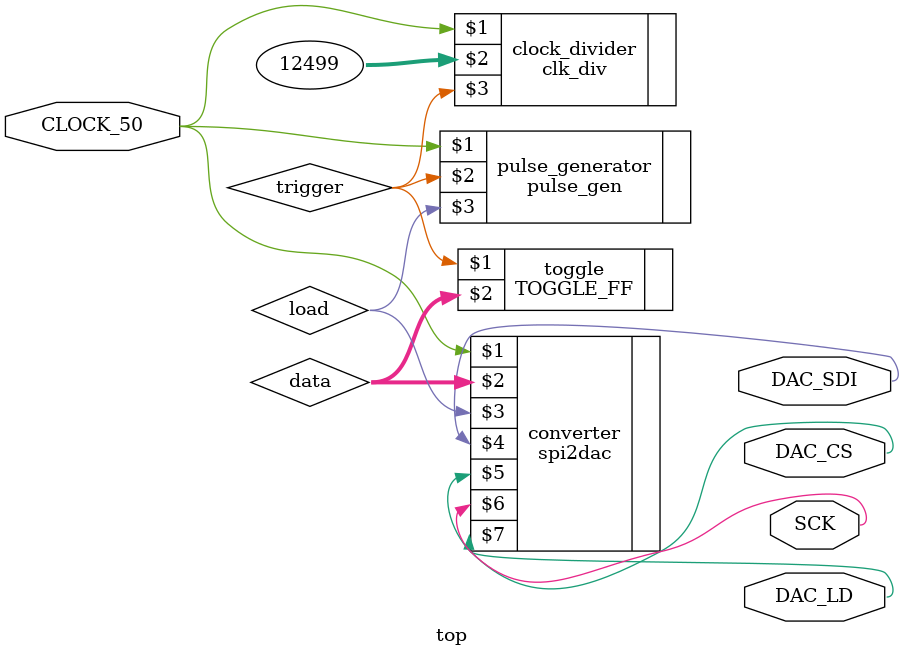
<source format=v>

module top (CLOCK_50, DAC_CS, DAC_SDI, DAC_LD, SCK); 
	input CLOCK_50; 
	
	output DAC_CS; 
	output DAC_SDI;
	output DAC_LD; 
	output SCK;
	
	wire trigger; 
	wire load;
	wire [9:0] data;
	
	clk_div clock_divider(CLOCK_50, 12499, trigger);
	TOGGLE_FF toggle(trigger, data);
	pulse_gen pulse_generator(CLOCK_50, trigger, load);
	spi2dac converter(CLOCK_50, data, load, DAC_SDI, DAC_CS, SCK, DAC_LD);	
	
	
endmodule

</source>
